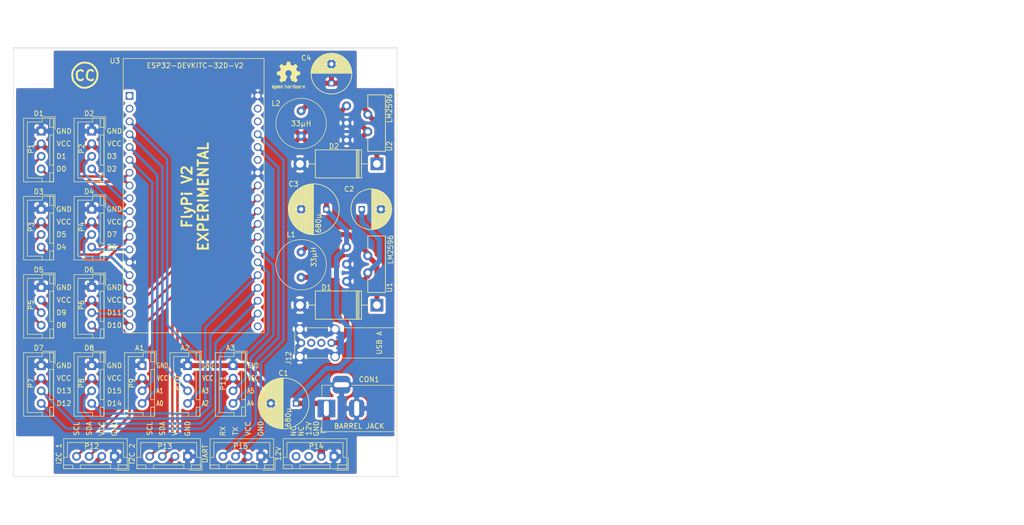
<source format=kicad_pcb>
(kicad_pcb (version 20171130) (host pcbnew "(5.1.4)-1")
  (layers (0 F.Cu signal) (31 B.Cu signal) (35 F.Paste user) (37 F.SilkS user) (39 F.Mask user) (44 Edge.Cuts user))
  (net 0 "")
  (net 1 GND)
  (net 2 "Net-(C1-Pad1)")
  (net 3 "Net-(C2-Pad1)")
  (net 4 "Net-(D1-Pad1)")
  (net 5 "Net-(D2-Pad1)")
  (net 6 "Net-(J12-Pad3)")
  (net 7 "Net-(J12-Pad2)")
  (net 8 "Net-(P14-Pad4)")
  (net 9 "Net-(P14-Pad3)")
  (net 10 "Net-(U3-Pad25)")
  (net 11 "Net-(U3-Pad22)")
  (net 12 "Net-(U3-Pad21)")
  (net 13 "Net-(U3-Pad2)")
  (net 14 "Net-(U3-Pad1)")
  (net 15 D1-4)
  (net 16 D1-3)
  (net 17 +5V)
  (net 18 D2-4)
  (net 19 D2-3)
  (net 20 D3-4)
  (net 21 D3-3)
  (net 22 D4-4)
  (net 23 D4-3)
  (net 24 D5-4)
  (net 25 D5-3)
  (net 26 D6-4)
  (net 27 D6-3)
  (net 28 D7-4)
  (net 29 D7-3)
  (net 30 D8-4)
  (net 31 D8-3)
  (net 32 A1-4)
  (net 33 A1-3)
  (net 34 A2-4)
  (net 35 A2-3)
  (net 36 A3-4)
  (net 37 A3-3)
  (net 38 I2C_1-4)
  (net 39 I2C_1-3)
  (net 40 I2C_2-4)
  (net 41 I2C_2-3)
  (net 42 RX)
  (net 43 TX)
  (net 44 "Net-(U3-Pad38)")
  (module Connector_JST:JST_XH_B04B-XH-A_04x2.50mm_Straight (layer F.Cu) (at 140.5 92 270)
    (fp_text reference P3 (at 3.5 2 90) (layer F.SilkS))
    (fp_text value D3 (at -3.5 0.5 180) (layer F.SilkS))
    (pad 4 thru_hole circle (at 7.5 0 270) (size 1.75 1.75) (drill 1) (layers *.Cu *.Mask) (net 20 D3-4))
    (pad 3 thru_hole circle (at 5 0 270) (size 1.75 1.75) (drill 1) (layers *.Cu *.Mask) (net 21 D3-3))
    (pad 2 thru_hole circle (at 2.5 0 270) (size 1.75 1.75) (drill 1) (layers *.Cu *.Mask) (net 17 +5V))
    (pad 1 thru_hole rect (at 0 0 270) (size 1.75 1.75) (drill 1) (layers *.Cu *.Mask) (net 1 GND))
  )
  (module Connector_JST:JST_XH_B04B-XH-A_04x2.50mm_Straight (layer F.Cu) (at 150.5 76.5 270)
    (fp_text reference P2 (at 3.5 2 90) (layer F.SilkS))
    (fp_text value D2 (at -3.5 0.5 180) (layer F.SilkS))
    (pad 4 thru_hole circle (at 7.5 0 270) (size 1.75 1.75) (drill 1) (layers *.Cu *.Mask) (net 18 D2-4))
    (pad 3 thru_hole circle (at 5 0 270) (size 1.75 1.75) (drill 1) (layers *.Cu *.Mask) (net 19 D2-3))
    (pad 2 thru_hole circle (at 2.5 0 270) (size 1.75 1.75) (drill 1) (layers *.Cu *.Mask) (net 17 +5V))
    (pad 1 thru_hole rect (at 0 0 270) (size 1.75 1.75) (drill 1) (layers *.Cu *.Mask) (net 1 GND))
  )
  (module Connector_JST:JST_XH_B04B-XH-A_04x2.50mm_Straight (layer F.Cu) (at 140.5 76.5 270)
    (fp_text reference P1 (at 3.5 2 90) (layer F.SilkS))
    (fp_text value D1 (at -3.5 0.5 180) (layer F.SilkS))
    (pad 4 thru_hole circle (at 7.5 0 270) (size 1.75 1.75) (drill 1) (layers *.Cu *.Mask) (net 15 D1-4))
    (pad 3 thru_hole circle (at 5 0 270) (size 1.75 1.75) (drill 1) (layers *.Cu *.Mask) (net 16 D1-3))
    (pad 2 thru_hole circle (at 2.5 0 270) (size 1.75 1.75) (drill 1) (layers *.Cu *.Mask) (net 17 +5V))
    (pad 1 thru_hole rect (at 0 0 270) (size 1.75 1.75) (drill 1) (layers *.Cu *.Mask) (net 1 GND))
  )
  (module Connector_JST:JST_XH_B04B-XH-A_04x2.50mm_Straight (layer F.Cu) (at 140.5 107.5 270)
    (fp_text reference P5 (at 3.5 2 90) (layer F.SilkS))
    (fp_text value D5 (at -3.5 0.5) (layer F.SilkS))
    (pad 4 thru_hole circle (at 7.5 0 270) (size 1.75 1.75) (drill 1) (layers *.Cu *.Mask) (net 24 D5-4))
    (pad 3 thru_hole circle (at 5 0 270) (size 1.75 1.75) (drill 1) (layers *.Cu *.Mask) (net 25 D5-3))
    (pad 2 thru_hole circle (at 2.5 0 270) (size 1.75 1.75) (drill 1) (layers *.Cu *.Mask) (net 17 +5V))
    (pad 1 thru_hole rect (at 0 0 270) (size 1.75 1.75) (drill 1) (layers *.Cu *.Mask) (net 1 GND))
  )
  (module "" (layer F.Cu) (at 145.5 79)
    (fp_text reference "" (at 189.5 65.5) (layer F.SilkS) (effects (font (size 1.27 1.27))))
    (fp_text value "" (at 189.5 65.5) (layer F.SilkS) (effects (font (size 1.27 1.27))))
  )
  (module Symbol:OSHW-Logo2_7.3x6mm_SilkScreen (layer F.Cu) (at 189.5 65.5)
    (fp_text reference " " hide)
    (fp_text value " " hide)
  )
  (module Symbol:Symbol_CreativeCommons_SilkScreenTop_Type2_Small (layer F.Cu) (at 149 65.5)
    (fp_text reference " " hide)
    (fp_text value " " hide)
  )
  (module footprints:MODULE_ESP32-DEVKITC-32D (layer F.Cu) (at 158 69.5)
    (fp_text reference U3 (at -2.905 -6.94) (layer F.SilkS))
    (fp_text value ESP32-DEVKITC-32D-V2 (at 13 -6) (layer F.SilkS))
    (pad 38 thru_hole circle (at 25.4 45.72) (size 1.56 1.56) (drill 1.04) (layers *.Cu *.Mask) (net 44 "Net-(U3-Pad38)"))
    (pad 37 thru_hole circle (at 25.4 43.18) (size 1.56 1.56) (drill 1.04) (layers *.Cu *.Mask) (net 28 D7-4))
    (pad 36 thru_hole circle (at 25.4 40.64) (size 1.56 1.56) (drill 1.04) (layers *.Cu *.Mask) (net 29 D7-3))
    (pad 35 thru_hole circle (at 25.4 38.1) (size 1.56 1.56) (drill 1.04) (layers *.Cu *.Mask) (net 31 D8-3))
    (pad 34 thru_hole circle (at 25.4 35.56) (size 1.56 1.56) (drill 1.04) (layers *.Cu *.Mask) (net 30 D8-4))
    (pad 33 thru_hole circle (at 25.4 33.02) (size 1.56 1.56) (drill 1.04) (layers *.Cu *.Mask) (net 37 A3-3))
    (pad 32 thru_hole circle (at 25.4 30.48) (size 1.56 1.56) (drill 1.04) (layers *.Cu *.Mask) (net 36 A3-4))
    (pad 31 thru_hole circle (at 25.4 27.94) (size 1.56 1.56) (drill 1.04) (layers *.Cu *.Mask) (net 41 I2C_2-3))
    (pad 30 thru_hole circle (at 25.4 25.4) (size 1.56 1.56) (drill 1.04) (layers *.Cu *.Mask) (net 40 I2C_2-4))
    (pad 29 thru_hole circle (at 25.4 22.86) (size 1.56 1.56) (drill 1.04) (layers *.Cu *.Mask) (net 39 I2C_1-3))
    (pad 28 thru_hole circle (at 25.4 20.32) (size 1.56 1.56) (drill 1.04) (layers *.Cu *.Mask) (net 38 I2C_1-4))
    (pad 27 thru_hole circle (at 25.4 17.78) (size 1.56 1.56) (drill 1.04) (layers *.Cu *.Mask) (net 26 D6-4))
    (pad 26 thru_hole circle (at 25.4 15.24) (size 1.56 1.56) (drill 1.04) (layers *.Cu *.Mask) (net 1 GND))
    (pad 25 thru_hole circle (at 25.4 12.7) (size 1.56 1.56) (drill 1.04) (layers *.Cu *.Mask) (net 10 "Net-(U3-Pad25)"))
    (pad 24 thru_hole circle (at 25.4 10.16) (size 1.56 1.56) (drill 1.04) (layers *.Cu *.Mask) (net 42 RX))
    (pad 23 thru_hole circle (at 25.4 7.62) (size 1.56 1.56) (drill 1.04) (layers *.Cu *.Mask) (net 43 TX))
    (pad 22 thru_hole circle (at 25.4 5.08) (size 1.56 1.56) (drill 1.04) (layers *.Cu *.Mask) (net 11 "Net-(U3-Pad22)"))
    (pad 21 thru_hole circle (at 25.4 2.54) (size 1.56 1.56) (drill 1.04) (layers *.Cu *.Mask) (net 12 "Net-(U3-Pad21)"))
    (pad 20 thru_hole circle (at 25.4 0) (size 1.56 1.56) (drill 1.04) (layers *.Cu *.Mask) (net 1 GND))
    (pad 18 thru_hole circle (at 0 43.18) (size 1.56 1.56) (drill 1.04) (layers *.Cu *.Mask) (net 27 D6-3))
    (pad 17 thru_hole circle (at 0 40.64) (size 1.56 1.56) (drill 1.04) (layers *.Cu *.Mask) (net 25 D5-3))
    (pad 16 thru_hole circle (at 0 38.1) (size 1.56 1.56) (drill 1.04) (layers *.Cu *.Mask) (net 24 D5-4))
    (pad 15 thru_hole circle (at 0 35.56) (size 1.56 1.56) (drill 1.04) (layers *.Cu *.Mask) (net 23 D4-3))
    (pad 14 thru_hole circle (at 0 33.02) (size 1.56 1.56) (drill 1.04) (layers *.Cu *.Mask) (net 1 GND))
    (pad 13 thru_hole circle (at 0 30.48) (size 1.56 1.56) (drill 1.04) (layers *.Cu *.Mask) (net 22 D4-4))
    (pad 12 thru_hole circle (at 0 27.94) (size 1.56 1.56) (drill 1.04) (layers *.Cu *.Mask) (net 21 D3-3))
    (pad 11 thru_hole circle (at 0 25.4) (size 1.56 1.56) (drill 1.04) (layers *.Cu *.Mask) (net 20 D3-4))
    (pad 10 thru_hole circle (at 0 22.86) (size 1.56 1.56) (drill 1.04) (layers *.Cu *.Mask) (net 19 D2-3))
    (pad 9 thru_hole circle (at 0 20.32) (size 1.56 1.56) (drill 1.04) (layers *.Cu *.Mask) (net 18 D2-4))
    (pad 8 thru_hole circle (at 0 17.78) (size 1.56 1.56) (drill 1.04) (layers *.Cu *.Mask) (net 16 D1-3))
    (pad 7 thru_hole circle (at 0 15.24) (size 1.56 1.56) (drill 1.04) (layers *.Cu *.Mask) (net 15 D1-4))
    (pad 6 thru_hole circle (at 0 12.7) (size 1.56 1.56) (drill 1.04) (layers *.Cu *.Mask) (net 33 A1-3))
    (pad 5 thru_hole circle (at 0 10.16) (size 1.56 1.56) (drill 1.04) (layers *.Cu *.Mask) (net 32 A1-4))
    (pad 4 thru_hole circle (at 0 7.62) (size 1.56 1.56) (drill 1.04) (layers *.Cu *.Mask) (net 35 A2-3))
    (pad 3 thru_hole circle (at 0 5.08) (size 1.56 1.56) (drill 1.04) (layers *.Cu *.Mask) (net 34 A2-4))
    (pad 19 thru_hole circle (at 0 45.72) (size 1.56 1.56) (drill 1.04) (layers *.Cu *.Mask) (net 17 +5V))
    (pad 2 thru_hole circle (at 0 2.54) (size 1.56 1.56) (drill 1.04) (layers *.Cu *.Mask) (net 13 "Net-(U3-Pad2)"))
    (pad 1 thru_hole rect (at 0 0) (size 1.56 1.56) (drill 1.04) (layers *.Cu *.Mask) (net 14 "Net-(U3-Pad1)"))
  )
  (module Connector_JST:JST_XH_B04B-XH-A_04x2.50mm_Straight (layer F.Cu) (at 169.5 141 180)
    (fp_text reference P13 (at 4.5 2 180) (layer F.SilkS))
    (fp_text value "I2C 2" (at 11 0.5 90) (layer F.SilkS))
    (pad 4 thru_hole circle (at 7.5 0 180) (size 1.75 1.75) (drill 1) (layers *.Cu *.Mask) (net 40 I2C_2-4))
    (pad 3 thru_hole circle (at 5 0 180) (size 1.75 1.75) (drill 1) (layers *.Cu *.Mask) (net 41 I2C_2-3))
    (pad 2 thru_hole circle (at 2.5 0 180) (size 1.75 1.75) (drill 1) (layers *.Cu *.Mask) (net 17 +5V))
    (pad 1 thru_hole rect (at 0 0 180) (size 1.75 1.75) (drill 1) (layers *.Cu *.Mask) (net 1 GND))
  )
  (module footprints:LM2596 (layer F.Cu) (at 201 71.5 270)
    (fp_text reference U2 (at 8 -8.5 90) (layer F.SilkS))
    (fp_text value LM2596 (at 0.5 -8.5 90) (layer F.SilkS))
    (pad 4 thru_hole circle (at 5.1 -4.2 270) (size 1.8 1.8) (drill 0.95) (layers *.Cu *.Mask) (net 17 +5V))
    (pad 2 thru_hole circle (at 1.7 -4.2 270) (size 1.8 1.8) (drill 0.95) (layers *.Cu *.Mask) (net 5 "Net-(D2-Pad1)"))
    (pad 1 thru_hole circle (at 0 0 270) (size 1.8 1.8) (drill 0.95) (layers *.Cu *.Mask) (net 2 "Net-(C1-Pad1)"))
    (pad 5 thru_hole circle (at 6.8 0 270) (size 1.8 1.8) (drill 0.95) (layers *.Cu *.Mask) (net 1 GND))
    (pad 3 thru_hole circle (at 3.4 0 270) (size 1.8 1.8) (drill 0.95) (layers *.Cu *.Mask) (net 1 GND))
  )
  (module Inductor_THT:Neosid_Inductor_MA-Bs75 (layer F.Cu) (at 192 72.5 270)
    (fp_text reference L2 (at -1.5 5 180) (layer F.SilkS))
    (fp_text value 33µH (at 2.5 0 180) (layer F.SilkS))
    (pad 1 thru_hole circle (at 0 0 90) (size 1.8 1.8) (drill 0.8001) (layers *.Cu *.Mask) (net 5 "Net-(D2-Pad1)"))
    (pad 2 thru_hole circle (at 5 0 90) (size 1.8 1.8) (drill 0.8001) (layers *.Cu *.Mask) (net 17 +5V))
  )
  (module Inductor_THT:Neosid_Inductor_MA-Bs75 (layer F.Cu) (at 192 100.5 270)
    (fp_text reference L1 (at -3.5 2 180) (layer F.SilkS))
    (fp_text value 33µH (at 1 -2.5 90) (layer F.SilkS))
    (pad 2 thru_hole circle (at 5 0 90) (size 1.8 1.8) (drill 0.8001) (layers *.Cu *.Mask) (net 3 "Net-(C2-Pad1)"))
    (pad 1 thru_hole circle (at 0 0 90) (size 1.8 1.8) (drill 0.8001) (layers *.Cu *.Mask) (net 4 "Net-(D1-Pad1)"))
  )
  (module footprints:LM2596 (layer F.Cu) (at 201 99.5 270)
    (fp_text reference U1 (at 8 -8.5 270) (layer F.SilkS))
    (fp_text value LM2596 (at 0.5 -8.7 270) (layer F.SilkS))
    (pad 4 thru_hole circle (at 5.1 -4.2 270) (size 1.8 1.8) (drill 0.95) (layers *.Cu *.Mask) (net 3 "Net-(C2-Pad1)"))
    (pad 2 thru_hole circle (at 1.7 -4.2 270) (size 1.8 1.8) (drill 0.95) (layers *.Cu *.Mask) (net 4 "Net-(D1-Pad1)"))
    (pad 1 thru_hole circle (at 0 0 270) (size 1.8 1.8) (drill 0.95) (layers *.Cu *.Mask) (net 2 "Net-(C1-Pad1)"))
    (pad 5 thru_hole circle (at 6.8 0 270) (size 1.8 1.8) (drill 0.95) (layers *.Cu *.Mask) (net 1 GND))
    (pad 3 thru_hole circle (at 3.4 0 270) (size 1.8 1.8) (drill 0.95) (layers *.Cu *.Mask) (net 1 GND))
  )
  (module Connector_JST:JST_XH_B04B-XH-A_04x2.50mm_Straight (layer F.Cu) (at 184 141 180)
    (fp_text reference P15 (at 4 2 180) (layer F.SilkS))
    (fp_text value UART (at 11 0.5 90) (layer F.SilkS))
    (pad 4 thru_hole circle (at 7.5 0 180) (size 1.75 1.75) (drill 1) (layers *.Cu *.Mask) (net 42 RX))
    (pad 3 thru_hole circle (at 5 0 180) (size 1.75 1.75) (drill 1) (layers *.Cu *.Mask) (net 43 TX))
    (pad 2 thru_hole circle (at 2.5 0 180) (size 1.75 1.75) (drill 1) (layers *.Cu *.Mask) (net 17 +5V))
    (pad 1 thru_hole rect (at 0 0 180) (size 1.75 1.75) (drill 1) (layers *.Cu *.Mask) (net 1 GND))
  )
  (module Mounting_Holes:MountingHole_3.2mm_M3_DIN965 (layer F.Cu) (at 139.5 64.5 270)
    (fp_text reference "" (at 0 -3.8 90) (layer F.SilkS))
    (fp_text value "")
    (pad 1 np_thru_hole circle (at 0 0 270) (size 3.2 3.2) (drill 3.2) (layers *.Cu *.Mask))
  )
  (module Mounting_Holes:MountingHole_3.2mm_M3_DIN965 (layer F.Cu) (at 206.5 64.5 180)
    (fp_text reference "" (at 0 -3.8) (layer F.SilkS))
    (fp_text value "")
    (pad 1 np_thru_hole circle (at 0 0 180) (size 3.2 3.2) (drill 3.2) (layers *.Cu *.Mask))
  )
  (module Mounting_Holes:MountingHole_3.2mm_M3_DIN965 (layer F.Cu) (at 206.5 140.5 180)
    (fp_text reference "" (at 0 -3.8) (layer F.SilkS))
    (fp_text value "")
    (pad 1 np_thru_hole circle (at 0 0 180) (size 3.2 3.2) (drill 3.2) (layers *.Cu *.Mask))
  )
  (module Mounting_Holes:MountingHole_3.2mm_M3_DIN965 (layer F.Cu) (at 139.5 140.5)
    (fp_text reference "" (at 0 -3.8) (layer F.SilkS))
    (fp_text value "")
    (pad 1 np_thru_hole circle (at 0 0) (size 3.2 3.2) (drill 3.2) (layers *.Cu *.Mask))
  )
  (module Connector_JST:JST_XH_B04B-XH-A_04x2.50mm_Straight (layer F.Cu) (at 198.5 141 180)
    (fp_text reference P14 (at 3.5 2 180) (layer F.SilkS))
    (fp_text value 12V (at 11 0.5 90) (layer F.SilkS))
    (pad 1 thru_hole rect (at 0 0 180) (size 1.75 1.75) (drill 1) (layers *.Cu *.Mask) (net 1 GND))
    (pad 2 thru_hole circle (at 2.5 0 180) (size 1.75 1.75) (drill 1) (layers *.Cu *.Mask) (net 2 "Net-(C1-Pad1)"))
    (pad 3 thru_hole circle (at 5 0 180) (size 1.75 1.75) (drill 1) (layers *.Cu *.Mask) (net 9 "Net-(P14-Pad3)"))
    (pad 4 thru_hole circle (at 7.5 0 180) (size 1.75 1.75) (drill 1) (layers *.Cu *.Mask) (net 8 "Net-(P14-Pad4)"))
  )
  (module Connector_JST:JST_XH_B04B-XH-A_04x2.50mm_Straight (layer F.Cu) (at 155 141 180)
    (fp_text reference P12 (at 4.5 2 180) (layer F.SilkS))
    (fp_text value "I2C 1" (at 11 0.5 90) (layer F.SilkS))
    (pad 4 thru_hole circle (at 7.5 0 180) (size 1.75 1.75) (drill 1) (layers *.Cu *.Mask) (net 38 I2C_1-4))
    (pad 3 thru_hole circle (at 5 0 180) (size 1.75 1.75) (drill 1) (layers *.Cu *.Mask) (net 39 I2C_1-3))
    (pad 2 thru_hole circle (at 2.5 0 180) (size 1.75 1.75) (drill 1) (layers *.Cu *.Mask) (net 17 +5V))
    (pad 1 thru_hole rect (at 0 0 180) (size 1.75 1.75) (drill 1) (layers *.Cu *.Mask) (net 1 GND))
  )
  (module Connector_JST:JST_XH_B04B-XH-A_04x2.50mm_Straight (layer F.Cu) (at 178.5 123 270)
    (fp_text reference P11 (at 3.5 2 90) (layer F.SilkS))
    (fp_text value A3 (at -3.5 0.5 180) (layer F.SilkS))
    (pad 4 thru_hole circle (at 7.5 0 270) (size 1.75 1.75) (drill 1) (layers *.Cu *.Mask) (net 36 A3-4))
    (pad 3 thru_hole circle (at 5 0 270) (size 1.75 1.75) (drill 1) (layers *.Cu *.Mask) (net 37 A3-3))
    (pad 2 thru_hole circle (at 2.5 0 270) (size 1.75 1.75) (drill 1) (layers *.Cu *.Mask) (net 17 +5V))
    (pad 1 thru_hole rect (at 0 0 270) (size 1.75 1.75) (drill 1) (layers *.Cu *.Mask) (net 1 GND))
  )
  (module Connector_JST:JST_XH_B04B-XH-A_04x2.50mm_Straight (layer F.Cu) (at 169.5 123 270)
    (fp_text reference P10 (at 3.5 2 90) (layer F.SilkS))
    (fp_text value A2 (at -3.5 0.5 180) (layer F.SilkS))
    (pad 4 thru_hole circle (at 7.5 0 270) (size 1.75 1.75) (drill 1) (layers *.Cu *.Mask) (net 34 A2-4))
    (pad 3 thru_hole circle (at 5 0 270) (size 1.75 1.75) (drill 1) (layers *.Cu *.Mask) (net 35 A2-3))
    (pad 2 thru_hole circle (at 2.5 0 270) (size 1.75 1.75) (drill 1) (layers *.Cu *.Mask) (net 17 +5V))
    (pad 1 thru_hole rect (at 0 0 270) (size 1.75 1.75) (drill 1) (layers *.Cu *.Mask) (net 1 GND))
  )
  (module Connector_JST:JST_XH_B04B-XH-A_04x2.50mm_Straight (layer F.Cu) (at 160.5 123 270)
    (fp_text reference P9 (at 3.5 2 90) (layer F.SilkS))
    (fp_text value A1 (at -3.5 0.5 180) (layer F.SilkS))
    (pad 4 thru_hole circle (at 7.5 0 270) (size 1.75 1.75) (drill 1) (layers *.Cu *.Mask) (net 32 A1-4))
    (pad 3 thru_hole circle (at 5 0 270) (size 1.75 1.75) (drill 1) (layers *.Cu *.Mask) (net 33 A1-3))
    (pad 2 thru_hole circle (at 2.5 0 270) (size 1.75 1.75) (drill 1) (layers *.Cu *.Mask) (net 17 +5V))
    (pad 1 thru_hole rect (at 0 0 270) (size 1.75 1.75) (drill 1) (layers *.Cu *.Mask) (net 1 GND))
  )
  (module Connector_JST:JST_XH_B04B-XH-A_04x2.50mm_Straight (layer F.Cu) (at 150.5 123 270)
    (fp_text reference P8 (at 3.5 2 90) (layer F.SilkS))
    (fp_text value D8 (at -3.5 0.5 180) (layer F.SilkS))
    (pad 4 thru_hole circle (at 7.5 0 270) (size 1.75 1.75) (drill 1) (layers *.Cu *.Mask) (net 30 D8-4))
    (pad 3 thru_hole circle (at 5 0 270) (size 1.75 1.75) (drill 1) (layers *.Cu *.Mask) (net 31 D8-3))
    (pad 2 thru_hole circle (at 2.5 0 270) (size 1.75 1.75) (drill 1) (layers *.Cu *.Mask) (net 17 +5V))
    (pad 1 thru_hole rect (at 0 0 270) (size 1.75 1.75) (drill 1) (layers *.Cu *.Mask) (net 1 GND))
  )
  (module Connector_JST:JST_XH_B04B-XH-A_04x2.50mm_Straight (layer F.Cu) (at 140.5 123 270)
    (fp_text reference P7 (at 3.5 2 90) (layer F.SilkS))
    (fp_text value D7 (at -3.5 0.5 180) (layer F.SilkS))
    (pad 4 thru_hole circle (at 7.5 0 270) (size 1.75 1.75) (drill 1) (layers *.Cu *.Mask) (net 28 D7-4))
    (pad 3 thru_hole circle (at 5 0 270) (size 1.75 1.75) (drill 1) (layers *.Cu *.Mask) (net 29 D7-3))
    (pad 2 thru_hole circle (at 2.5 0 270) (size 1.75 1.75) (drill 1) (layers *.Cu *.Mask) (net 17 +5V))
    (pad 1 thru_hole rect (at 0 0 270) (size 1.75 1.75) (drill 1) (layers *.Cu *.Mask) (net 1 GND))
  )
  (module Connector_JST:JST_XH_B04B-XH-A_04x2.50mm_Straight (layer F.Cu) (at 150.5 107.5 270)
    (fp_text reference P6 (at 3.5 2 90) (layer F.SilkS))
    (fp_text value D6 (at -3.5 0.5 180) (layer F.SilkS))
    (pad 4 thru_hole circle (at 7.5 0 270) (size 1.75 1.75) (drill 1) (layers *.Cu *.Mask) (net 26 D6-4))
    (pad 3 thru_hole circle (at 5 0 270) (size 1.75 1.75) (drill 1) (layers *.Cu *.Mask) (net 27 D6-3))
    (pad 2 thru_hole circle (at 2.5 0 270) (size 1.75 1.75) (drill 1) (layers *.Cu *.Mask) (net 17 +5V))
    (pad 1 thru_hole rect (at 0 0 270) (size 1.75 1.75) (drill 1) (layers *.Cu *.Mask) (net 1 GND))
  )
  (module Connector_JST:JST_XH_B04B-XH-A_04x2.50mm_Straight (layer F.Cu) (at 150.5 92 270)
    (fp_text reference P4 (at 3.5 2 90) (layer F.SilkS))
    (fp_text value D4 (at -3.5 0.5 180) (layer F.SilkS))
    (pad 4 thru_hole circle (at 7.5 0 270) (size 1.75 1.75) (drill 1) (layers *.Cu *.Mask) (net 22 D4-4))
    (pad 3 thru_hole circle (at 5 0 270) (size 1.75 1.75) (drill 1) (layers *.Cu *.Mask) (net 23 D4-3))
    (pad 2 thru_hole circle (at 2.5 0 270) (size 1.75 1.75) (drill 1) (layers *.Cu *.Mask) (net 17 +5V))
    (pad 1 thru_hole rect (at 0 0 270) (size 1.75 1.75) (drill 1) (layers *.Cu *.Mask) (net 1 GND))
  )
  (module Connector_USB:USB_A_Vertical (layer F.Cu) (at 198 118.5 270)
    (fp_text reference J12 (at 3 8.5 90) (layer F.SilkS))
    (fp_text value "USB A" (at 0 -9.5 90) (layer F.SilkS))
    (pad 1 thru_hole circle (at 0 0 270) (size 1.62 1.62) (drill 0.92) (layers *.Cu *.Mask) (net 3 "Net-(C2-Pad1)"))
    (pad 2 thru_hole circle (at 0 2 270) (size 1.62 1.62) (drill 0.92) (layers *.Cu *.Mask) (net 7 "Net-(J12-Pad2)"))
    (pad 3 thru_hole circle (at 0 4 270) (size 1.62 1.62) (drill 0.92) (layers *.Cu *.Mask) (net 6 "Net-(J12-Pad3)"))
    (pad 5 thru_hole circle (at 2.72 -0.73 270) (size 1.85 1.85) (drill 1.35) (layers *.Cu *.Mask) (net 1 GND))
    (pad 4 thru_hole circle (at 0 6 270) (size 1.62 1.62) (drill 0.92) (layers *.Cu *.Mask) (net 1 GND))
    (pad 5 thru_hole circle (at 2.72 6.27 270) (size 1.85 1.85) (drill 1.35) (layers *.Cu *.Mask) (net 1 GND))
    (pad 5 thru_hole circle (at -2.72 -0.73 270) (size 1.85 1.85) (drill 1.35) (layers *.Cu *.Mask) (net 1 GND))
    (pad 5 thru_hole circle (at -2.72 6.27 270) (size 1.85 1.85) (drill 1.35) (layers *.Cu *.Mask) (net 1 GND))
  )
  (module Diode_THT:Diode_DO-201AD_Horizontal_RM15 (layer F.Cu) (at 207.00122 82.99704 180)
    (fp_text reference D2 (at 8.50122 3.49704) (layer F.SilkS))
    (fp_text value "Schottky 5A" hide)
    (pad 1 thru_hole rect (at 0.00122 -0.00296) (size 2.54 2.54) (drill 1.50114) (layers *.Cu *.Mask) (net 5 "Net-(D2-Pad1)"))
    (pad 2 thru_hole circle (at 15.24122 -0.00296) (size 2.54 2.54) (drill 1.50114) (layers *.Cu *.Mask) (net 1 GND))
  )
  (module Diode_THT:Diode_DO-201AD_Horizontal_RM15 (layer F.Cu) (at 207 111 180)
    (fp_text reference D1 (at 10 3.5) (layer F.SilkS))
    (fp_text value "Schottky 5A" hide)
    (pad 1 thru_hole rect (at 0.00122 -0.00296) (size 2.54 2.54) (drill 1.50114) (layers *.Cu *.Mask) (net 4 "Net-(D1-Pad1)"))
    (pad 2 thru_hole circle (at 15.24122 -0.00296) (size 2.54 2.54) (drill 1.50114) (layers *.Cu *.Mask) (net 1 GND))
  )
  (module Connector_BarrelJack:BarrelJack_Horizontal (layer F.Cu) (at 197 131.5 180)
    (fp_text reference CON1 (at -8.45 5.75) (layer F.SilkS))
    (fp_text value "BARREL JACK" (at -6.5 -3.5) (layer F.SilkS))
    (pad 3 thru_hole roundrect (at -3 4.7 180) (size 3.5 3.5) (drill oval 3 1) (layers *.Cu *.Mask) (net 1 GND))
    (pad 2 thru_hole roundrect (at -6 0 180) (size 3 3.5) (drill oval 1 3) (layers *.Cu *.Mask) (net 1 GND))
    (pad 1 thru_hole rect (at 0 0 180) (size 3.5 3.5) (drill oval 1 3) (layers *.Cu *.Mask) (net 2 "Net-(C1-Pad1)"))
  )
  (module Capacitor_THT:C_Radial_D8_L13_P3.8 (layer F.Cu) (at 198 67 90)
    (fp_text reference C4 (at 5 -5) (layer F.SilkS))
    (fp_text value 220µ hide)
    (pad 2 thru_hole circle (at 3.8 0 90) (size 1.3 1.3) (drill 0.8) (layers *.Cu *.Mask) (net 1 GND))
    (pad 1 thru_hole rect (at 0 0 90) (size 1.3 1.3) (drill 0.8) (layers *.Cu *.Mask) (net 17 +5V))
  )
  (module Capacitor_THT:C_Radial_D10_L21_P5 (layer F.Cu) (at 197 92 180)
    (fp_text reference C3 (at 6.5 5 180) (layer F.SilkS))
    (fp_text value 680µ (at 1.57 -2.754 90) (layer F.SilkS))
    (pad 1 thru_hole rect (at 0 0 180) (size 1.3 1.3) (drill 0.8) (layers *.Cu *.Mask) (net 2 "Net-(C1-Pad1)"))
    (pad 2 thru_hole circle (at 5 0 180) (size 1.3 1.3) (drill 0.8) (layers *.Cu *.Mask) (net 1 GND))
  )
  (module Capacitor_THT:C_Radial_D8_L13_P3.8 (layer F.Cu) (at 204 92)
    (fp_text reference C2 (at -2.5 -4 180) (layer F.SilkS))
    (fp_text value 220µ hide)
    (pad 2 thru_hole circle (at 3.8 0) (size 1.3 1.3) (drill 0.8) (layers *.Cu *.Mask) (net 1 GND))
    (pad 1 thru_hole rect (at 0 0) (size 1.3 1.3) (drill 0.8) (layers *.Cu *.Mask) (net 3 "Net-(C2-Pad1)"))
  )
  (module Capacitor_THT:C_Radial_D10_L21_P5 (layer F.Cu) (at 191 130.5 180)
    (fp_text reference C1 (at 2.5 6 180) (layer F.SilkS))
    (fp_text value 680µ (at 1.57 -2.754 90) (layer F.SilkS))
    (pad 1 thru_hole rect (at 0 0 180) (size 1.3 1.3) (drill 0.8) (layers *.Cu *.Mask) (net 2 "Net-(C1-Pad1)"))
    (pad 2 thru_hole circle (at 5 0 180) (size 1.3 1.3) (drill 0.8) (layers *.Cu *.Mask) (net 1 GND))
  )
  (gr_text "FlyPi V2\nEXPERIMENTAL" (at 171 89.5 90) (layer F.SilkS) (effects (font (size 2 2) (thickness 0.4))))
  (gr_text NC (at 192 136 90) (layer F.SilkS) (effects (font (size 1 1))))
  (gr_text 12V (at 193.5 135.5 90) (layer F.SilkS) (effects (font (size 1 1))))
  (gr_text NC (at 190.5 136 90) (layer F.SilkS) (effects (font (size 1 1))))
  (gr_text GND (at 195 135.5 90) (layer F.SilkS) (effects (font (size 1 1))))
  (gr_text TX (at 179 136 90) (layer F.SilkS) (effects (font (size 1 1))))
  (gr_text VCC (at 181.5 135.5 90) (layer F.SilkS) (effects (font (size 1 1))))
  (gr_text RX (at 176.5 136 90) (layer F.SilkS) (effects (font (size 1 1))))
  (gr_text GND (at 184 135.5 90) (layer F.SilkS) (effects (font (size 1 1))))
  (gr_text SDA (at 164.5 135.5 90) (layer F.SilkS) (effects (font (size 1 1))))
  (gr_text VCC (at 167 135.5 90) (layer F.SilkS) (effects (font (size 1 1))))
  (gr_text SCL (at 162 135.5 90) (layer F.SilkS) (effects (font (size 1 1))))
  (gr_text GND (at 169.5 135.5 90) (layer F.SilkS) (effects (font (size 1 1))))
  (gr_text SDA (at 150 135.5 90) (layer F.SilkS) (effects (font (size 1 1))))
  (gr_text SCL (at 147.5 135.5 90) (layer F.SilkS) (effects (font (size 1 1))))
  (gr_text VCC (at 152.5 135.5 90) (layer F.SilkS) (effects (font (size 1 1))))
  (gr_text GND (at 155 135.5 90) (layer F.SilkS) (effects (font (size 1 1))))
  (gr_text VCC (at 182.5 125.5) (layer F.SilkS) (effects (font (size 1 0.75))))
  (gr_text GND (at 182.5 123) (layer F.SilkS) (effects (font (size 1 0.75) (thickness 0.125))))
  (gr_text A5 (at 182 128) (layer F.SilkS) (effects (font (size 1 0.75))))
  (gr_text A4 (at 182 130.5) (layer F.SilkS) (effects (font (size 1 0.75))))
  (gr_text VCC (at 173.5 125.5) (layer F.SilkS) (effects (font (size 1 0.75))))
  (gr_text GND (at 173.5 123) (layer F.SilkS) (effects (font (size 1 0.75) (thickness 0.125))))
  (gr_text A3 (at 173 128) (layer F.SilkS) (effects (font (size 1 0.75))))
  (gr_text A2 (at 173 130.5) (layer F.SilkS) (effects (font (size 1 0.75))))
  (gr_text VCC (at 164.5 125.5) (layer F.SilkS) (effects (font (size 1 0.75))))
  (gr_text GND (at 164.5 123) (layer F.SilkS) (effects (font (size 1 0.75) (thickness 0.125))))
  (gr_text A1 (at 164 128) (layer F.SilkS) (effects (font (size 1 0.75))))
  (gr_text A0 (at 164 130.5) (layer F.SilkS) (effects (font (size 1 0.75))))
  (gr_text VCC (at 155 125.5) (layer F.SilkS) (effects (font (size 1 1))))
  (gr_text D13 (at 145 128) (layer F.SilkS) (effects (font (size 1 1))))
  (gr_text GND (at 155 123) (layer F.SilkS) (effects (font (size 1 1))))
  (gr_text D12 (at 145 130.5) (layer F.SilkS) (effects (font (size 1 1))))
  (gr_text GND (at 145 123) (layer F.SilkS) (effects (font (size 1 1))))
  (gr_text VCC (at 145 125.5) (layer F.SilkS) (effects (font (size 1 1))))
  (gr_text D15 (at 155 128) (layer F.SilkS) (effects (font (size 1 1))))
  (gr_text D14 (at 155 130.5) (layer F.SilkS) (effects (font (size 1 1))))
  (gr_text VCC (at 155 110) (layer F.SilkS) (effects (font (size 1 1))))
  (gr_text D9 (at 144.5 112.5) (layer F.SilkS) (effects (font (size 1 1))))
  (gr_text GND (at 155 107.5) (layer F.SilkS) (effects (font (size 1 1))))
  (gr_text D8 (at 144.5 115) (layer F.SilkS) (effects (font (size 1 1))))
  (gr_text GND (at 145 107.5) (layer F.SilkS) (effects (font (size 1 1))))
  (gr_text VCC (at 145 110) (layer F.SilkS) (effects (font (size 1 1))))
  (gr_text D11 (at 155 112.5) (layer F.SilkS) (effects (font (size 1 1))))
  (gr_text D10 (at 155 115) (layer F.SilkS) (effects (font (size 1 1))))
  (gr_text VCC (at 155 94.5) (layer F.SilkS) (effects (font (size 1 1))))
  (gr_text D5 (at 144.5 97) (layer F.SilkS) (effects (font (size 1 1))))
  (gr_text GND (at 155 92) (layer F.SilkS) (effects (font (size 1 1))))
  (gr_text D4 (at 144.5 99.5) (layer F.SilkS) (effects (font (size 1 1))))
  (gr_text GND (at 145 92) (layer F.SilkS) (effects (font (size 1 1))))
  (gr_text VCC (at 145 94.5) (layer F.SilkS) (effects (font (size 1 1))))
  (gr_text D7 (at 154.5 97) (layer F.SilkS) (effects (font (size 1 1))))
  (gr_text D6 (at 154.5 99.5) (layer F.SilkS) (effects (font (size 1 1))))
  (gr_text VCC (at 145 79) (layer F.SilkS) (effects (font (size 1 1))))
  (gr_text D3 (at 154.5 81.5) (layer F.SilkS) (effects (font (size 1 1))))
  (gr_text D2 (at 154.5 84) (layer F.SilkS) (effects (font (size 1 1))))
  (gr_text GND (at 155 76.5) (layer F.SilkS) (effects (font (size 1 1))))
  (gr_text VCC (at 155 79) (layer F.SilkS) (effects (font (size 1 1))))
  (gr_text D0 (at 144.5 84) (layer F.SilkS) (effects (font (size 1 1))))
  (gr_text D1 (at 144.5 81.5) (layer F.SilkS) (effects (font (size 1 1))))
  (gr_text GND (at 145 76.5) (layer F.SilkS) (effects (font (size 1 1))))
  (gr_line (start 135 60) (end 135 145) (layer Edge.Cuts) (width 0.1))
  (gr_line (start 211 145) (end 211 60) (layer Edge.Cuts) (width 0.1))
  (gr_line (start 211 145) (end 135 145) (layer Edge.Cuts) (width 0.1))
  (gr_line (start 135 60) (end 211 60) (layer Edge.Cuts) (width 0.15))
  (segment (start 180.875 123) (end 178.5 123) (width 1) (layer F.Cu) (net 1))
  (segment (start 186 130.5) (end 186 128.125) (width 1) (layer F.Cu) (net 1))
  (segment (start 186 128.125) (end 180.875 123) (width 1) (layer F.Cu) (net 1))
  (segment (start 178.5 123) (end 169.5 123) (width 1) (layer F.Cu) (net 1))
  (segment (start 197 130.5) (end 191 130.5) (width 1) (layer F.Cu) (net 2))
  (segment (start 197 92.175) (end 197 92) (width 1) (layer B.Cu) (net 2))
  (segment (start 201 99.5) (end 201 96.175) (width 1) (layer B.Cu) (net 2))
  (segment (start 201 96.175) (end 197 92.175) (width 1) (layer B.Cu) (net 2))
  (segment (start 197 75.5) (end 201 71.5) (width 1) (layer F.Cu) (net 2))
  (segment (start 197 92) (end 197 75.5) (width 1) (layer F.Cu) (net 2))
  (segment (start 196.5 130.5) (end 197 131) (width 1) (layer F.Cu) (net 2))
  (segment (start 191 130.5) (end 196.5 130.5) (width 1) (layer F.Cu) (net 2))
  (segment (start 191 129.5) (end 191 130.5) (width 1) (layer B.Cu) (net 2))
  (segment (start 197 123.5) (end 191 129.5) (width 1) (layer B.Cu) (net 2))
  (segment (start 199 101.5) (end 199 113) (width 1) (layer B.Cu) (net 2))
  (segment (start 201 99.5) (end 199 101.5) (width 1) (layer B.Cu) (net 2))
  (segment (start 199 113) (end 201.5 115.5) (width 1) (layer B.Cu) (net 2))
  (segment (start 201.5 115.5) (end 201.5 121.5) (width 1) (layer B.Cu) (net 2))
  (segment (start 201.5 121.5) (end 199.5 123.5) (width 1) (layer B.Cu) (net 2))
  (segment (start 199.5 123.5) (end 197 123.5) (width 1) (layer B.Cu) (net 2))
  (segment (start 196 130.5) (end 197 131.5) (width 1) (layer F.Cu) (net 2))
  (segment (start 191 130.5) (end 196 130.5) (width 1) (layer F.Cu) (net 2))
  (segment (start 197 131.5) (end 196 132.5) (width 1) (layer F.Cu) (net 2))
  (segment (start 196 141) (end 196 136) (width 1.5) (layer F.Cu) (net 2))
  (segment (start 197 135) (end 197 131.5) (width 1.5) (layer F.Cu) (net 2))
  (segment (start 196 136) (end 197 135) (width 1.5) (layer F.Cu) (net 2))
  (segment (start 207.5 102.3) (end 205.2 104.6) (width 1) (layer B.Cu) (net 3))
  (segment (start 207.5 98) (end 207.5 102.3) (width 1) (layer B.Cu) (net 3))
  (segment (start 204 92) (end 204 94.5) (width 1) (layer B.Cu) (net 3))
  (segment (start 204 94.5) (end 207.5 98) (width 1) (layer B.Cu) (net 3))
  (segment (start 199.145512 118.5) (end 198 118.5) (width 1) (layer F.Cu) (net 3))
  (segment (start 201 116.645512) (end 199.145512 118.5) (width 1) (layer F.Cu) (net 3))
  (segment (start 201 110.072792) (end 201 116.645512) (width 1) (layer F.Cu) (net 3))
  (segment (start 196.427208 105.5) (end 201 110.072792) (width 1) (layer F.Cu) (net 3))
  (segment (start 192 105.5) (end 196.427208 105.5) (width 1) (layer F.Cu) (net 3))
  (segment (start 201 109.5) (end 201 110.072792) (width 1) (layer F.Cu) (net 3))
  (segment (start 205.2 104.6) (end 205.2 105.3) (width 1) (layer F.Cu) (net 3))
  (segment (start 205.2 105.3) (end 201 109.5) (width 1) (layer F.Cu) (net 3))
  (segment (start 206.99878 102.99878) (end 205.2 101.2) (width 1) (layer F.Cu) (net 4))
  (segment (start 206.99878 111.00296) (end 206.99878 102.99878) (width 1) (layer F.Cu) (net 4))
  (segment (start 195.5 97) (end 192 100.5) (width 1) (layer F.Cu) (net 4))
  (segment (start 201.5 97) (end 195.5 97) (width 1) (layer F.Cu) (net 4))
  (segment (start 205.2 101.2) (end 205.2 100.7) (width 1) (layer F.Cu) (net 4))
  (segment (start 205.2 100.7) (end 201.5 97) (width 1) (layer F.Cu) (net 4))
  (segment (start 207 75) (end 205.2 73.2) (width 1) (layer F.Cu) (net 5))
  (segment (start 207 83) (end 207 75) (width 1) (layer F.Cu) (net 5))
  (segment (start 195.5 69) (end 192 72.5) (width 1) (layer F.Cu) (net 5))
  (segment (start 201.5 69) (end 195.5 69) (width 1) (layer F.Cu) (net 5))
  (segment (start 205.2 73.2) (end 205.2 72.7) (width 1) (layer F.Cu) (net 5))
  (segment (start 205.2 72.7) (end 201.5 69) (width 1) (layer F.Cu) (net 5))
  (segment (start 141.374999 84.874999) (end 140.5 84) (width 0.5) (layer F.Cu) (net 15))
  (segment (start 142 85.5) (end 141.374999 84.874999) (width 0.5) (layer F.Cu) (net 15))
  (segment (start 158 84.74) (end 157.24 85.5) (width 0.5) (layer F.Cu) (net 15))
  (segment (start 157.24 85.5) (end 142 85.5) (width 0.5) (layer F.Cu) (net 15))
  (segment (start 139.625001 82.374999) (end 140.5 81.5) (width 0.5) (layer F.Cu) (net 16))
  (segment (start 139 83) (end 139.625001 82.374999) (width 0.5) (layer F.Cu) (net 16))
  (segment (start 139 85) (end 139 83) (width 0.5) (layer F.Cu) (net 16))
  (segment (start 140.5 86.5) (end 139 85) (width 0.5) (layer F.Cu) (net 16))
  (segment (start 158 87.28) (end 157.22 86.5) (width 0.5) (layer F.Cu) (net 16))
  (segment (start 157.22 86.5) (end 140.5 86.5) (width 0.5) (layer F.Cu) (net 16))
  (segment (start 156.32 89.82) (end 150.5 84) (width 0.5) (layer B.Cu) (net 18))
  (segment (start 158 89.82) (end 156.32 89.82) (width 0.5) (layer B.Cu) (net 18))
  (segment (start 149.625001 82.374999) (end 150.5 81.5) (width 0.5) (layer B.Cu) (net 19))
  (segment (start 149 83) (end 149.625001 82.374999) (width 0.5) (layer B.Cu) (net 19))
  (segment (start 149 85) (end 149 83) (width 0.5) (layer B.Cu) (net 19))
  (segment (start 156.36 92.36) (end 149 85) (width 0.5) (layer B.Cu) (net 19))
  (segment (start 158 92.36) (end 156.36 92.36) (width 0.5) (layer B.Cu) (net 19))
  (segment (start 141.374999 100.374999) (end 140.5 99.5) (width 0.5) (layer F.Cu) (net 20))
  (segment (start 142 101) (end 141.374999 100.374999) (width 0.5) (layer F.Cu) (net 20))
  (segment (start 158 94.9) (end 151.9 101) (width 0.5) (layer F.Cu) (net 20))
  (segment (start 151.9 101) (end 142 101) (width 0.5) (layer F.Cu) (net 20))
  (segment (start 139.625001 97.874999) (end 140.5 97) (width 0.5) (layer F.Cu) (net 21))
  (segment (start 139 98.5) (end 139.625001 97.874999) (width 0.5) (layer F.Cu) (net 21))
  (segment (start 139 100.5) (end 139 98.5) (width 0.5) (layer F.Cu) (net 21))
  (segment (start 140.5 102) (end 139 100.5) (width 0.5) (layer F.Cu) (net 21))
  (segment (start 158 97.44) (end 153.44 102) (width 0.5) (layer F.Cu) (net 21))
  (segment (start 153.44 102) (end 140.5 102) (width 0.5) (layer F.Cu) (net 21))
  (segment (start 150.98 99.98) (end 150.5 99.5) (width 0.5) (layer B.Cu) (net 22))
  (segment (start 158 99.98) (end 150.98 99.98) (width 0.5) (layer B.Cu) (net 22))
  (segment (start 154.44 101.5) (end 158 105.06) (width 0.5) (layer B.Cu) (net 23))
  (segment (start 149.5 101.5) (end 154.44 101.5) (width 0.5) (layer B.Cu) (net 23))
  (segment (start 149 101) (end 149.5 101.5) (width 0.5) (layer B.Cu) (net 23))
  (segment (start 150.5 97) (end 149 98.5) (width 0.5) (layer B.Cu) (net 23))
  (segment (start 149 98.5) (end 149 101) (width 0.5) (layer B.Cu) (net 23))
  (segment (start 154.4 104) (end 158 107.6) (width 0.5) (layer F.Cu) (net 24))
  (segment (start 139.5 104) (end 154.4 104) (width 0.5) (layer F.Cu) (net 24))
  (segment (start 137.5 106) (end 139.5 104) (width 0.5) (layer F.Cu) (net 24))
  (segment (start 140.5 115) (end 137.5 112) (width 0.5) (layer F.Cu) (net 24))
  (segment (start 137.5 112) (end 137.5 106) (width 0.5) (layer F.Cu) (net 24))
  (segment (start 139.625001 111.625001) (end 140.5 112.5) (width 0.5) (layer F.Cu) (net 25))
  (segment (start 138.5 110.5) (end 139.625001 111.625001) (width 0.5) (layer F.Cu) (net 25))
  (segment (start 138.5 106.5) (end 138.5 110.5) (width 0.5) (layer F.Cu) (net 25))
  (segment (start 140 105) (end 138.5 106.5) (width 0.5) (layer F.Cu) (net 25))
  (segment (start 158 110.14) (end 152.86 105) (width 0.5) (layer F.Cu) (net 25))
  (segment (start 152.86 105) (end 140 105) (width 0.5) (layer F.Cu) (net 25))
  (segment (start 153 117) (end 158.520201 117) (width 0.5) (layer F.Cu) (net 26))
  (segment (start 158.520201 117) (end 159.5 116.020201) (width 0.5) (layer F.Cu) (net 26))
  (segment (start 159.5 116.020201) (end 159.5 111.18) (width 0.5) (layer F.Cu) (net 26))
  (segment (start 159.5 111.18) (end 182.620001 88.059999) (width 0.5) (layer F.Cu) (net 26))
  (segment (start 182.620001 88.059999) (end 183.4 87.28) (width 0.5) (layer F.Cu) (net 26))
  (segment (start 152.5 117) (end 153 117) (width 0.5) (layer F.Cu) (net 26))
  (segment (start 150.5 115) (end 152.5 117) (width 0.5) (layer F.Cu) (net 26))
  (segment (start 150.68 112.68) (end 150.5 112.5) (width 0.5) (layer B.Cu) (net 27))
  (segment (start 158 112.68) (end 150.68 112.68) (width 0.5) (layer B.Cu) (net 27))
  (segment (start 176 120.08) (end 183.4 112.68) (width 0.5) (layer B.Cu) (net 28))
  (segment (start 176 132) (end 176 120.08) (width 0.5) (layer B.Cu) (net 28))
  (segment (start 172.5 135.5) (end 176 132) (width 0.5) (layer B.Cu) (net 28))
  (segment (start 140.5 130.5) (end 145.5 135.5) (width 0.5) (layer B.Cu) (net 28))
  (segment (start 145.5 135.5) (end 172.5 135.5) (width 0.5) (layer B.Cu) (net 28))
  (segment (start 147 134.5) (end 140.5 128) (width 0.5) (layer B.Cu) (net 29))
  (segment (start 172 134.5) (end 147 134.5) (width 0.5) (layer B.Cu) (net 29))
  (segment (start 175 131.5) (end 172 134.5) (width 0.5) (layer B.Cu) (net 29))
  (segment (start 183.4 110.14) (end 175 118.54) (width 0.5) (layer B.Cu) (net 29))
  (segment (start 175 118.54) (end 175 131.5) (width 0.5) (layer B.Cu) (net 29))
  (segment (start 152.5 132.5) (end 150.5 130.5) (width 0.5) (layer B.Cu) (net 30))
  (segment (start 171 132.5) (end 152.5 132.5) (width 0.5) (layer B.Cu) (net 30))
  (segment (start 173 130.5) (end 171 132.5) (width 0.5) (layer B.Cu) (net 30))
  (segment (start 183.4 105.06) (end 173 115.46) (width 0.5) (layer B.Cu) (net 30))
  (segment (start 173 115.46) (end 173 130.5) (width 0.5) (layer B.Cu) (net 30))
  (segment (start 174 117) (end 183.4 107.6) (width 0.5) (layer B.Cu) (net 31))
  (segment (start 149 129.5) (end 149 132) (width 0.5) (layer B.Cu) (net 31))
  (segment (start 150.5 128) (end 149 129.5) (width 0.5) (layer B.Cu) (net 31))
  (segment (start 149 132) (end 150.5 133.5) (width 0.5) (layer B.Cu) (net 31))
  (segment (start 150.5 133.5) (end 171.5 133.5) (width 0.5) (layer B.Cu) (net 31))
  (segment (start 171.5 133.5) (end 174 131) (width 0.5) (layer B.Cu) (net 31))
  (segment (start 174 131) (end 174 117) (width 0.5) (layer B.Cu) (net 31))
  (segment (start 158.779999 80.439999) (end 158 79.66) (width 0.5) (layer B.Cu) (net 32))
  (segment (start 163.5 85.16) (end 158.779999 80.439999) (width 0.5) (layer B.Cu) (net 32))
  (segment (start 160.5 130.5) (end 163.5 127.5) (width 0.5) (layer B.Cu) (net 32))
  (segment (start 163.5 127.5) (end 163.5 85.16) (width 0.5) (layer B.Cu) (net 32))
  (segment (start 158.779999 82.979999) (end 158 82.2) (width 0.5) (layer B.Cu) (net 33))
  (segment (start 162.5 86.7) (end 158.779999 82.979999) (width 0.5) (layer B.Cu) (net 33))
  (segment (start 160.5 128) (end 162.5 126) (width 0.5) (layer B.Cu) (net 33))
  (segment (start 162.5 126) (end 162.5 86.7) (width 0.5) (layer B.Cu) (net 33))
  (segment (start 158.779999 75.359999) (end 158 74.58) (width 0.5) (layer B.Cu) (net 34))
  (segment (start 165.46 82.04) (end 158.779999 75.359999) (width 0.5) (layer B.Cu) (net 34))
  (segment (start 165.46 114.96) (end 165.46 82.04) (width 0.5) (layer B.Cu) (net 34))
  (segment (start 172 121.5) (end 165.46 114.96) (width 0.5) (layer B.Cu) (net 34))
  (segment (start 169.5 130.5) (end 172 128) (width 0.5) (layer B.Cu) (net 34))
  (segment (start 172 128) (end 172 121.5) (width 0.5) (layer B.Cu) (net 34))
  (segment (start 158.779999 77.899999) (end 158 77.12) (width 0.5) (layer B.Cu) (net 35))
  (segment (start 164.5 83.62) (end 158.779999 77.899999) (width 0.5) (layer B.Cu) (net 35))
  (segment (start 164.5 122.5) (end 164.5 83.62) (width 0.5) (layer B.Cu) (net 35))
  (segment (start 164.5 123) (end 164.5 122.5) (width 0.5) (layer B.Cu) (net 35))
  (segment (start 169.5 128) (end 164.5 123) (width 0.5) (layer B.Cu) (net 35))
  (segment (start 186.5 103.08) (end 183.4 99.98) (width 0.5) (layer B.Cu) (net 36))
  (segment (start 186.5 117) (end 186.5 103.08) (width 0.5) (layer B.Cu) (net 36))
  (segment (start 182 121.5) (end 186.5 117) (width 0.5) (layer B.Cu) (net 36))
  (segment (start 178.5 130.5) (end 182 127) (width 0.5) (layer B.Cu) (net 36))
  (segment (start 182 127) (end 182 121.5) (width 0.5) (layer B.Cu) (net 36))
  (segment (start 184.179999 103.299999) (end 183.4 102.52) (width 0.5) (layer B.Cu) (net 37))
  (segment (start 185.5 104.62) (end 184.179999 103.299999) (width 0.5) (layer B.Cu) (net 37))
  (segment (start 185.5 116.5) (end 185.5 104.62) (width 0.5) (layer B.Cu) (net 37))
  (segment (start 181 121) (end 185.5 116.5) (width 0.5) (layer B.Cu) (net 37))
  (segment (start 178.5 128) (end 181 125.5) (width 0.5) (layer B.Cu) (net 37))
  (segment (start 181 125.5) (end 181 121) (width 0.5) (layer B.Cu) (net 37))
  (segment (start 160.5 112.72) (end 183.4 89.82) (width 0.5) (layer F.Cu) (net 38))
  (segment (start 160.5 118) (end 160.5 112.72) (width 0.5) (layer F.Cu) (net 38))
  (segment (start 157 121.5) (end 160.5 118) (width 0.5) (layer F.Cu) (net 38))
  (segment (start 147.5 141) (end 157 131.5) (width 0.5) (layer F.Cu) (net 38))
  (segment (start 157 131.5) (end 157 121.5) (width 0.5) (layer F.Cu) (net 38))
  (segment (start 161.5 114.26) (end 183.4 92.36) (width 0.5) (layer F.Cu) (net 39))
  (segment (start 161.5 118.5) (end 161.5 114.26) (width 0.5) (layer F.Cu) (net 39))
  (segment (start 158 122) (end 161.5 118.5) (width 0.5) (layer F.Cu) (net 39))
  (segment (start 150 141) (end 158 133) (width 0.5) (layer F.Cu) (net 39))
  (segment (start 158 133) (end 158 122) (width 0.5) (layer F.Cu) (net 39))
  (segment (start 182.620001 95.679999) (end 183.4 94.9) (width 0.5) (layer F.Cu) (net 40))
  (segment (start 166.5 111.8) (end 182.620001 95.679999) (width 0.5) (layer F.Cu) (net 40))
  (segment (start 162 141) (end 166.5 136.5) (width 0.5) (layer F.Cu) (net 40))
  (segment (start 166.5 136.5) (end 166.5 111.8) (width 0.5) (layer F.Cu) (net 40))
  (segment (start 182.620001 98.219999) (end 183.4 97.44) (width 0.5) (layer F.Cu) (net 41))
  (segment (start 167.5 113.34) (end 182.620001 98.219999) (width 0.5) (layer F.Cu) (net 41))
  (segment (start 164.5 141) (end 167.5 138) (width 0.5) (layer F.Cu) (net 41))
  (segment (start 167.5 138) (end 167.5 113.34) (width 0.5) (layer F.Cu) (net 41))
  (segment (start 183 134.5) (end 176.5 141) (width 0.5) (layer B.Cu) (net 42))
  (segment (start 183 122) (end 183 134.5) (width 0.5) (layer B.Cu) (net 42))
  (segment (start 187.5 117.5) (end 183 122) (width 0.5) (layer B.Cu) (net 42))
  (segment (start 183.4 79.66) (end 187.5 83.76) (width 0.5) (layer B.Cu) (net 42))
  (segment (start 187.5 83.76) (end 187.5 117.5) (width 0.5) (layer B.Cu) (net 42))
  (segment (start 184 136) (end 179 141) (width 0.5) (layer B.Cu) (net 43))
  (segment (start 184 122.5) (end 184 136) (width 0.5) (layer B.Cu) (net 43))
  (segment (start 188.5 118) (end 184 122.5) (width 0.5) (layer B.Cu) (net 43))
  (segment (start 183.4 77.12) (end 188.5 82.22) (width 0.5) (layer B.Cu) (net 43))
  (segment (start 188.5 82.22) (end 188.5 118) (width 0.5) (layer B.Cu) (net 43))
  (zone (net 17) (net_name +5V) (layer F.Cu) (connect_pads (clearance 0.5)) (min_thickness 0.5) (fill yes (arc_segments 32) (thermal_gap 0.5) (thermal_bridge_width 1))
    (polygon (pts (xy 143 60.5) (xy 203 60.5) (xy 203 68) (xy 210.5 68) (xy 210.5 137) (xy 203 137) (xy 203 144.5) (xy 143 144.5) (xy 143 137) (xy 135.5 137) (xy 135.5 68) (xy 143 68)))
  )
  (zone (net 1) (net_name GND) (layer B.Cu) (connect_pads (clearance 0.5)) (min_thickness 0.5) (fill yes (arc_segments 32) (thermal_gap 0.5) (thermal_bridge_width 1))
    (polygon (pts (xy 143 60.5) (xy 203 60.5) (xy 203 68) (xy 210.5 68) (xy 210.5 137) (xy 203 137) (xy 203 144.5) (xy 143 144.5) (xy 143 137) (xy 135.5 137) (xy 135.5 68) (xy 143 68)))
  )
)
</source>
